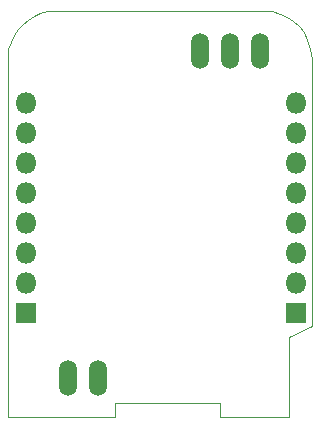
<source format=gbl>
G04 #@! TF.FileFunction,Copper,L2,Bot,Signal*
%FSLAX46Y46*%
G04 Gerber Fmt 4.6, Leading zero omitted, Abs format (unit mm)*
G04 Created by KiCad (PCBNEW 4.0.2+dfsg1-2~bpo8+1-stable) date mer. 29 juin 2016 11:45:21 CEST*
%MOMM*%
G01*
G04 APERTURE LIST*
%ADD10C,0.100000*%
%ADD11R,1.800000X1.800000*%
%ADD12O,1.800000X1.800000*%
%ADD13O,1.506220X3.014980*%
G04 APERTURE END LIST*
D10*
X149762480Y-106014181D02*
X149800000Y-112800000D01*
X151706026Y-105053285D02*
X149762480Y-106014181D01*
X151681078Y-82498193D02*
X151706026Y-105053285D01*
X151565482Y-81605425D02*
X151681078Y-82498193D01*
X151337122Y-80850387D02*
X151565482Y-81605425D01*
X151009595Y-80218540D02*
X151337122Y-80850387D01*
X150596503Y-79695342D02*
X151009595Y-80218540D01*
X150111445Y-79266257D02*
X150596503Y-79695342D01*
X149568018Y-78916742D02*
X150111445Y-79266257D01*
X148979824Y-78632259D02*
X149568018Y-78916742D01*
X148360460Y-78398266D02*
X148979824Y-78632259D01*
X129322547Y-78427024D02*
X148360460Y-78398266D01*
X128724750Y-78612690D02*
X129322547Y-78427024D01*
X128180560Y-78859623D02*
X128724750Y-78612690D01*
X127689488Y-79167259D02*
X128180560Y-78859623D01*
X127251047Y-79535048D02*
X127689488Y-79167259D01*
X126864747Y-79962423D02*
X127251047Y-79535048D01*
X126530099Y-80448833D02*
X126864747Y-79962423D01*
X126246616Y-80993714D02*
X126530099Y-80448833D01*
X126013805Y-81596507D02*
X126246616Y-80993714D01*
X125999807Y-112766658D02*
X126013805Y-81596507D01*
X135080603Y-112792736D02*
X125999807Y-112766658D01*
X135078627Y-111590483D02*
X135080603Y-112792736D01*
X143909849Y-111583795D02*
X135078627Y-111590483D01*
X143900000Y-112800000D02*
X143909849Y-111583795D01*
X149800000Y-112800000D02*
X143900000Y-112800000D01*
D11*
X127490000Y-103950000D03*
D12*
X127490000Y-101410000D03*
X127490000Y-98870000D03*
X127490000Y-96330000D03*
X127490000Y-93790000D03*
X127490000Y-91250000D03*
X127490000Y-88710000D03*
X127490000Y-86170000D03*
D11*
X150350000Y-103950000D03*
D12*
X150350000Y-101410000D03*
X150350000Y-98870000D03*
X150350000Y-96330000D03*
X150350000Y-93790000D03*
X150350000Y-91250000D03*
X150350000Y-88710000D03*
X150350000Y-86170000D03*
D13*
X133604000Y-109474000D03*
X131064000Y-109474000D03*
X147320000Y-81788000D03*
X144780000Y-81788000D03*
X142240000Y-81788000D03*
M02*

</source>
